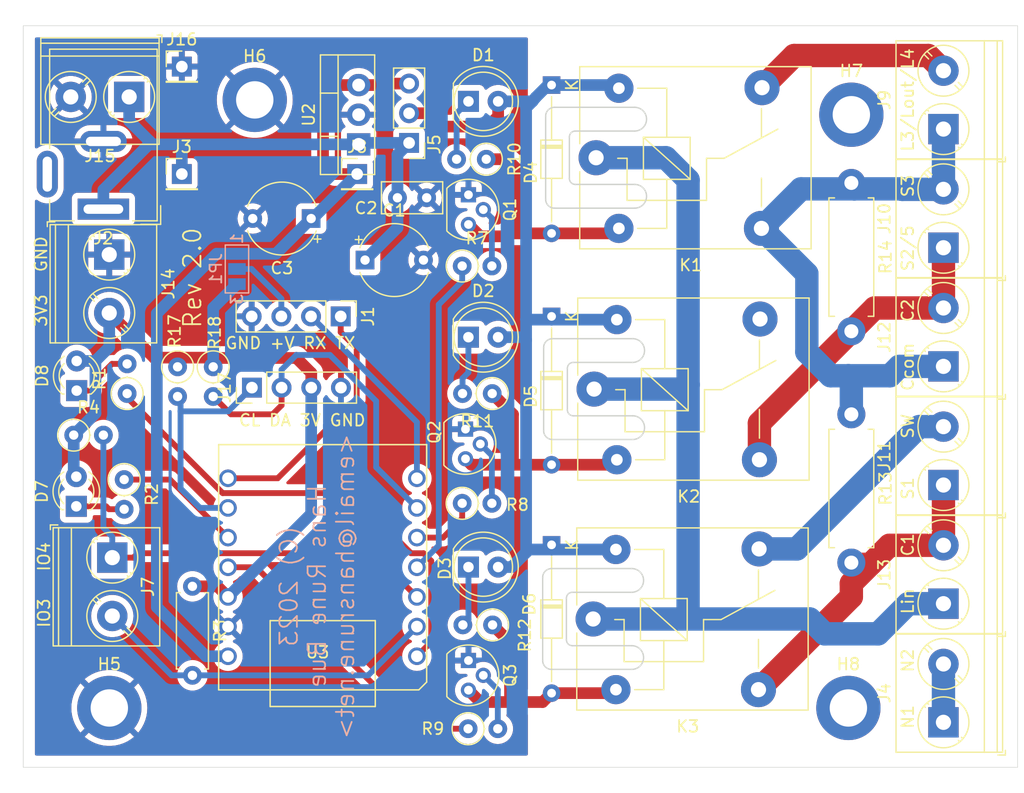
<source format=kicad_pcb>
(kicad_pcb (version 20240108) (generator "pcbnew") (generator_version "8.0")
  (title_block (title "Motor Control for House Ventilator") (date "2023-09-18") (rev "2.0") (company "Hans Rune Bue <email@hansrune.net>"))
  (layers (0 "F.Cu" signal) (31 "B.Cu" signal) (34 "B.Paste" user) (35 "F.Paste" user) (36 "B.SilkS" user "B.Silkscreen") (37 "F.SilkS" user "F.Silkscreen") (38 "B.Mask" user) (39 "F.Mask" user) (44 "Edge.Cuts" user))
  (net 0 "")
  (net 1 "GND")
  (net 2 "+5V")
  (net 3 "+VSW")
  (net 4 "+3V3")
  (net 5 "Net-(D1-K)")
  (net 6 "Net-(D2-K)")
  (net 7 "Net-(D3-K)")
  (net 8 "/PwrIn")
  (net 9 "/N1")
  (net 10 "/Ccom")
  (net 11 "/C2")
  (net 12 "/SW")
  (net 13 "/C1")
  (net 14 "/Lin")
  (net 15 "/RX")
  (net 16 "/TX")
  (net 17 "Net-(J1-Pin_3)")
  (net 18 "/IO4")
  (net 19 "/IO3")
  (net 20 "/Lout")
  (net 22 "Net-(Q1-B)")
  (net 23 "Net-(Q2-B)")
  (net 24 "Net-(Q3-B)")
  (net 25 "/IO2")
  (net 26 "/IO9")
  (net 27 "/R1")
  (net 28 "/R2")
  (net 29 "/R3")
  (net 30 "Net-(D7-K)")
  (net 31 "Net-(D8-K)")
  (net 34 "/D1")
  (net 35 "/D2")
  (net 36 "/D3")
  (net 37 "/I2C_C")
  (net 38 "/I2C_A")
  (footprint "Capacitor_THT:CP_Radial_Tantal_D6.0mm_P5.00mm" (layer "F.Cu") (at 165.14 80.391)
    (property "Reference" "C1")
    (property "Value" "10uF")
  )
  (footprint "Capacitor_THT:CP_Radial_Tantal_D6.0mm_P5.00mm" (layer "F.Cu") (at 160.528 76.835 180)
    (property "Reference" "C3")
    (property "Value" "10uF")
  )
  (footprint "LED_THT:LED_D5.0mm_Clear" (layer "F.Cu") (at 173.99 66.802)
    (property "Reference" "D1")
    (property "Value" "LED")
  )
  (footprint "LED_THT:LED_D5.0mm_Clear" (layer "F.Cu") (at 173.985 86.995)
    (property "Reference" "D2")
    (property "Value" "LED")
  )
  (footprint "LED_THT:LED_D5.0mm_Clear" (layer "F.Cu") (at 173.99 106.68)
    (property "Reference" "D3")
    (property "Value" "LED")
  )
  (footprint "Diode_THT:D_DO-34_SOD68_P12.70mm_Horizontal" (layer "F.Cu") (at 181.102 65.405 -90)
    (property "Reference" "D4")
    (property "Value" "1N4007")
  )
  (footprint "Diode_THT:D_DO-34_SOD68_P12.70mm_Horizontal" (layer "F.Cu") (at 181.102 85.217 -90)
    (property "Reference" "D5")
    (property "Value" "1N4007")
  )
  (footprint "Diode_THT:D_DO-34_SOD68_P12.70mm_Horizontal" (layer "F.Cu") (at 181.102 104.775 -90)
    (property "Reference" "D6")
    (property "Value" "1N4007")
  )
  (footprint "LOCAL1:BarrelJack1" (layer "F.Cu") (at 142.748 76.031 180)
    (property "Reference" "J2")
    (property "Value" "Barrel_Jack")
  )
  (footprint "Connector_PinHeader_2.54mm:PinHeader_1x01_P2.54mm_Vertical" (layer "F.Cu") (at 149.46 73.025)
    (property "Reference" "J3")
    (property "Value" "Conn_01x01_Male")
  )
  (footprint "Connector_PinHeader_2.54mm:PinHeader_1x03_P2.54mm_Vertical" (layer "F.Cu") (at 168.91 70.358 180)
    (property "Reference" "J5")
    (property "Value" "Conn_01x03_Male")
  )
  (footprint "Connector_PinHeader_2.54mm:PinHeader_1x01_P2.54mm_Vertical" (layer "F.Cu") (at 164.465 73.025)
    (property "Reference" "J8")
    (property "Value" "Conn_01x01_Male")
  )
  (footprint "LOCAL1:Relay_SPDT_SANYOU_SRD_CutOut" (layer "F.Cu") (at 184.912 71.628)
    (property "Reference" "K1")
    (property "Value" "SANYOU_SRD_Form_C")
    (fp_line (start -4.318 3.556) (end -4.318 -3.556) (stroke (width 0.12)) (layer "Edge.Cuts"))
    (fp_line (start -3.556 -4.318) (end 3.302 -4.318) (stroke (width 0.12)) (layer "Edge.Cuts"))
    (fp_line (start -2.286 1.778) (end -2.286 -1.778) (stroke (width 0.12)) (layer "Edge.Cuts"))
    (fp_line (start 3.302 -2.286) (end -1.778 -2.286) (stroke (width 0.12)) (layer "Edge.Cuts"))
    (fp_line (start 3.302 2.286) (end -1.778 2.286) (stroke (width 0.12)) (layer "Edge.Cuts"))
    (fp_line (start 3.302 4.318) (end -3.556 4.318) (stroke (width 0.12)) (layer "Edge.Cuts"))
    (fp_arc (start -4.318 -3.556) (mid -4.094815 -4.094815) (end -3.556 -4.318) (stroke (width 0.12)) (layer "Edge.Cuts"))
    (fp_arc (start -3.556 4.318) (mid -4.094815 4.094815) (end -4.318 3.556) (stroke (width 0.12)) (layer "Edge.Cuts"))
    (fp_arc (start -2.286 -1.778) (mid -2.13721 -2.13721) (end -1.778 -2.286) (stroke (width 0.12)) (layer "Edge.Cuts"))
    (fp_arc (start -1.778 2.286) (mid -2.13721 2.13721) (end -2.286 1.778) (stroke (width 0.12)) (layer "Edge.Cuts"))
    (fp_arc (start 3.302 -4.318) (mid 4.318 -3.302) (end 3.302 -2.286) (stroke (width 0.12)) (layer "Edge.Cuts"))
    (fp_arc (start 3.302 2.286) (mid 4.318 3.302) (end 3.302 4.318) (stroke (width 0.12)) (layer "Edge.Cuts"))
  )
  (footprint "LOCAL1:Relay_SPDT_SANYOU_SRD_CutOut" (layer "F.Cu") (at 184.74 91.44)
    (property "Reference" "K2")
    (property "Value" "SANYOU_SRD_Form_C")
    (fp_line (start -4.318 3.556) (end -4.318 -3.556) (stroke (width 0.12)) (layer "Edge.Cuts"))
    (fp_line (start -3.556 -4.318) (end 3.302 -4.318) (stroke (width 0.12)) (layer "Edge.Cuts"))
    (fp_line (start -2.286 1.778) (end -2.286 -1.778) (stroke (width 0.12)) (layer "Edge.Cuts"))
    (fp_line (start 3.302 -2.286) (end -1.778 -2.286) (stroke (width 0.12)) (layer "Edge.Cuts"))
    (fp_line (start 3.302 2.286) (end -1.778 2.286) (stroke (width 0.12)) (layer "Edge.Cuts"))
    (fp_line (start 3.302 4.318) (end -3.556 4.318) (stroke (width 0.12)) (layer "Edge.Cuts"))
    (fp_arc (start -4.318 -3.556) (mid -4.094815 -4.094815) (end -3.556 -4.318) (stroke (width 0.12)) (layer "Edge.Cuts"))
    (fp_arc (start -3.556 4.318) (mid -4.094815 4.094815) (end -4.318 3.556) (stroke (width 0.12)) (layer "Edge.Cuts"))
    (fp_arc (start -2.286 -1.778) (mid -2.13721 -2.13721) (end -1.778 -2.286) (stroke (width 0.12)) (layer "Edge.Cuts"))
    (fp_arc (start -1.778 2.286) (mid -2.13721 2.13721) (end -2.286 1.778) (stroke (width 0.12)) (layer "Edge.Cuts"))
    (fp_arc (start 3.302 -4.318) (mid 4.318 -3.302) (end 3.302 -2.286) (stroke (width 0.12)) (layer "Edge.Cuts"))
    (fp_arc (start 3.302 2.286) (mid 4.318 3.302) (end 3.302 4.318) (stroke (width 0.12)) (layer "Edge.Cuts"))
  )
  (footprint "LOCAL1:Relay_SPDT_SANYOU_SRD_CutOut" (layer "F.Cu") (at 184.658 111.125)
    (property "Reference" "K3")
    (property "Value" "SANYOU_SRD_Form_C")
    (fp_line (start -4.318 3.556) (end -4.318 -3.556) (stroke (width 0.12)) (layer "Edge.Cuts"))
    (fp_line (start -3.556 -4.318) (end 3.302 -4.318) (stroke (width 0.12)) (layer "Edge.Cuts"))
    (fp_line (start -2.286 1.778) (end -2.286 -1.778) (stroke (width 0.12)) (layer "Edge.Cuts"))
    (fp_line (start 3.302 -2.286) (end -1.778 -2.286) (stroke (width 0.12)) (layer "Edge.Cuts"))
    (fp_line (start 3.302 2.286) (end -1.778 2.286) (stroke (width 0.12)) (layer "Edge.Cuts"))
    (fp_line (start 3.302 4.318) (end -3.556 4.318) (stroke (width 0.12)) (layer "Edge.Cuts"))
    (fp_arc (start -4.318 -3.556) (mid -4.094815 -4.094815) (end -3.556 -4.318) (stroke (width 0.12)) (layer "Edge.Cuts"))
    (fp_arc (start -3.556 4.318) (mid -4.094815 4.094815) (end -4.318 3.556) (stroke (width 0.12)) (layer "Edge.Cuts"))
    (fp_arc (start -2.286 -1.778) (mid -2.13721 -2.13721) (end -1.778 -2.286) (stroke (width 0.12)) (layer "Edge.Cuts"))
    (fp_arc (start -1.778 2.286) (mid -2.13721 2.13721) (end -2.286 1.778) (stroke (width 0.12)) (layer "Edge.Cuts"))
    (fp_arc (start 3.302 -4.318) (mid 4.318 -3.302) (end 3.302 -2.286) (stroke (width 0.12)) (layer "Edge.Cuts"))
    (fp_arc (start 3.302 2.286) (mid 4.318 3.302) (end 3.302 4.318) (stroke (width 0.12)) (layer "Edge.Cuts"))
  )
  (footprint "Package_TO_SOT_THT:TO-92" (layer "F.Cu") (at 173.99 74.803 -90)
    (property "Reference" "Q1")
    (property "Value" "2N2222A")
  )
  (footprint "Package_TO_SOT_THT:TO-92" (layer "F.Cu") (at 173.736 94.869 -90)
    (property "Reference" "Q2")
    (property "Value" "2N2222A")
  )
  (footprint "Package_TO_SOT_THT:TO-92" (layer "F.Cu") (at 173.99 114.681 -90)
    (property "Reference" "Q3")
    (property "Value" "2N2222A")
  )
  (footprint "Resistor_THT:R_Axial_DIN0207_L6.3mm_D2.5mm_P2.54mm_Vertical" (layer "F.Cu") (at 173.453 80.899)
    (property "Reference" "R7")
    (property "Value" "1k")
  )
  (footprint "Resistor_THT:R_Axial_DIN0207_L6.3mm_D2.5mm_P2.54mm_Vertical" (layer "F.Cu") (at 173.961 120.523)
    (property "Reference" "R9")
    (property "Value" "1k")
  )
  (footprint "Resistor_THT:R_Axial_DIN0207_L6.3mm_D2.5mm_P2.54mm_Vertical" (layer "F.Cu") (at 176.051 111.633 180)
    (property "Reference" "R12")
    (property "Value" "330")
  )
  (footprint "Resistor_THT:R_Axial_DIN0411_L9.9mm_D3.6mm_P12.70mm_Horizontal" (layer "F.Cu") (at 206.756 93.599 -90)
    (property "Reference" "R13")
    (property "Value" "220k")
  )
  (footprint "Resistor_THT:R_Axial_DIN0411_L9.9mm_D3.6mm_P12.70mm_Horizontal" (layer "F.Cu") (at 206.756 73.787 -90)
    (property "Reference" "R14")
    (property "Value" "220k")
  )
  (footprint "Package_TO_SOT_THT:TO-220-3_Vertical" (layer "F.Cu") (at 164.592 70.485 90)
    (property "Reference" "U2")
    (property "Value" "L7805")
  )
  (footprint "Resistor_THT:R_Axial_DIN0207_L6.3mm_D2.5mm_P2.54mm_Vertical" (layer "F.Cu") (at 175.514 71.755 180)
    (property "Reference" "R10")
    (property "Value" "330")
  )
  (footprint "Resistor_THT:R_Axial_DIN0207_L6.3mm_D2.5mm_P2.54mm_Vertical" (layer "F.Cu") (at 176.022 91.821 180)
    (property "Reference" "R11")
    (property "Value" "330")
  )
  (footprint "Capacitor_THT:C_Disc_D5.0mm_W2.5mm_P2.50mm" (layer "F.Cu") (at 167.914 75.057)
    (property "Reference" "C2")
    (property "Value" "100nF")
  )
  (footprint "Resistor_THT:R_Axial_DIN0207_L6.3mm_D2.5mm_P2.54mm_Vertical" (layer "F.Cu") (at 173.453 101.219)
    (property "Reference" "R8")
    (property "Value" "1k")
  )
  (footprint "Connector_PinHeader_2.54mm:PinHeader_1x01_P2.54mm_Vertical" (layer "F.Cu") (at 149.46 63.825)
    (property "Reference" "J16")
    (property "Value" "Conn_01x01_Male")
  )
  (footprint "Resistor_THT:R_Axial_DIN0207_L6.3mm_D2.5mm_P2.54mm_Vertical" (layer "F.Cu") (at 144.78 91.821 90)
    (property "Reference" "R1")
    (property "Value" "270")
  )
  (footprint "TerminalBlock_Phoenix:TerminalBlock_Phoenix_PT-1,5-2-5.0-H_1x02_P5.00mm_Horizontal" (layer "F.Cu") (at 143.248 79.923 -90)
    (property "Reference" "J14")
    (property "Value" "Screw_Terminal_01x02")
  )
  (footprint "MountingHole:MountingHole_3.2mm_M3_ISO14580_Pad" (layer "F.Cu") (at 155.702 66.675)
    (property "Reference" "H6")
    (property "Value" "MountingHole_Pad")
  )
  (footprint "TerminalBlock_Phoenix:TerminalBlock_Phoenix_PT-1,5-2-5.0-H_1x02_P5.00mm_Horizontal" (layer "F.Cu") (at 214.638 109.815 90)
    (property "Reference" "J13")
    (property "Value" "Screw_Terminal_01x02")
  )
  (footprint "Connector_PinHeader_2.54mm:PinHeader_1x04_P2.54mm_Vertical" (layer "F.Cu") (at 163.058 85.217 -90)
    (property "Reference" "J1")
    (property "Value" "Conn_01x04_Male")
  )
  (footprint "TerminalBlock_Phoenix:TerminalBlock_Phoenix_PT-1,5-2-5.0-H_1x02_P5.00mm_Horizontal" (layer "F.Cu") (at 214.638 119.975 90)
    (property "Reference" "J4")
    (property "Value" "Screw_Terminal_01x02")
  )
  (footprint "LED_THT:LED_D3.0mm_Clear" (layer "F.Cu") (at 140.43 101.478 90)
    (property "Reference" "D7")
    (property "Value" "LED")
  )
  (footprint "TerminalBlock_Phoenix:TerminalBlock_Phoenix_PT-1,5-2-5.0-H_1x02_P5.00mm_Horizontal" (layer "F.Cu") (at 214.638 69.175 90)
    (property "Reference" "J9")
    (property "Value" "Screw_Terminal_01x02")
  )
  (footprint "LOCAL1:XIAO_ESP32C3_THT" (layer "F.Cu") (at 170.4123 96.1957 180)
    (property "Reference" "U3")
    (property "Value" "SeedStudio XIAO ESP32 C3 THT")
  )
  (footprint "Resistor_THT:R_Axial_DIN0207_L6.3mm_D2.5mm_P2.54mm_Vertical" (layer "F.Cu") (at 140.208 95.377)
    (property "Reference" "R4")
    (property "Value" "10k")
  )
  (footprint "Resistor_THT:R_Axial_DIN0207_L6.3mm_D2.5mm_P7.62mm_Horizontal" (layer "F.Cu") (at 150.368 108.331 -90)
    (property "Reference" "R3")
    (property "Value" "10k")
  )
  (footprint "Resistor_THT:R_Axial_DIN0207_L6.3mm_D2.5mm_P2.54mm_Vertical" (layer "F.Cu") (at 144.526 99.187 -90)
    (property "Reference" "R2")
    (property "Value" "270")
  )
  (footprint "TerminalBlock_Phoenix:TerminalBlock_Phoenix_PT-1,5-2-5.0-H_1x02_P5.00mm_Horizontal" (layer "F.Cu") (at 214.638 99.655 90)
    (property "Reference" "J11")
    (property "Value" "Screw_Terminal_01x02")
  )
  (footprint "MountingHole:MountingHole_3.2mm_M3_ISO14580_Pad" (layer "F.Cu") (at 206.502 118.745)
    (property "Reference" "H8")
    (property "Value" "MountingHole_Pad")
  )
  (footprint "Resistor_THT:R_Axial_DIN0207_L6.3mm_D2.5mm_P2.54mm_Vertical" (layer "F.Cu") (at 149.098 89.535 -90)
    (property "Reference" "R17")
    (property "Value" "10k")
  )
  (footprint "LED_THT:LED_D3.0mm_Clear" (layer "F.Cu") (at 140.462 91.572 90)
    (property "Reference" "D8")
    (property "Value" "LED")
  )
  (footprint "MountingHole:MountingHole_3.2mm_M3_ISO14580_Pad" (layer "F.Cu") (at 143.256 118.745)
    (property "Reference" "H5")
    (property "Value" "MountingHole_Pad")
  )
  (footprint "Resistor_THT:R_Axial_DIN0207_L6.3mm_D2.5mm_P2.54mm_Vertical" (layer "F.Cu") (at 152.146 89.535 -90)
    (property "Reference" "R18")
    (property "Value" "10k")
  )
  (footprint "TerminalBlock_Phoenix:TerminalBlock_Phoenix_PT-1,5-2-5.0-H_1x02_P5.00mm_Horizontal" (layer "F.Cu") (at 214.638 89.495 90)
    (property "Reference" "J12")
    (property "Value" "Screw_Terminal_01x02")
  )
  (footprint "TerminalBlock_Phoenix:TerminalBlock_Phoenix_PT-1,5-2-5.0-H_1x02_P5.00mm_Horizontal" (layer "F.Cu") (at 144.954 66.421 180)
    (property "Reference" "J15")
    (property "Value" "Screw_Terminal_01x02")
  )
  (footprint "MountingHole:MountingHole_3.2mm_M3_ISO14580_Pad" (layer "F.Cu") (at 206.756 67.945)
    (property "Reference" "H7")
    (property "Value" "MountingHole_Pad")
  )
  (footprint "Connector_PinHeader_2.54mm:PinHeader_1x04_P2.54mm_Vertical" (layer "F.Cu") (at 155.458 91.313 90)
    (property "Reference" "J17")
    (property "Value" "Conn_01x04_Male")
  )
  (footprint "TerminalBlock_Phoenix:TerminalBlock_Phoenix_PT-1,5-2-5.0-H_1x02_P5.00mm_Horizontal" (layer "F.Cu") (at 143.51 105.871 -90)
    (property "Reference" "J7")
    (property "Value" "Screw_Terminal_01x02")
  )
  (footprint "TerminalBlock_Phoenix:TerminalBlock_Phoenix_PT-1,5-2-5.0-H_1x02_P5.00mm_Horizontal" (layer "F.Cu") (at 214.638 79.335 90)
    (property "Reference" "J10")
    (property "Value" "Screw_Terminal_01x02")
  )
  (footprint "Jumper:SolderJumper-3_P1.3mm_Open_Pad1.0x1.5mm_NumberLabels" (layer "B.Cu") (at 154.178 81.153 -90)
    (property "Reference" "JP1")
    (property "Value" "SolderJumper_3_Open")
  )
  (gr_line (start 220.98 123.825) (end 135.89 123.825) (stroke (width 0.05)) (layer "Edge.Cuts"))
  (gr_line (start 220.98 60.325) (end 220.98 123.825) (stroke (width 0.05)) (layer "Edge.Cuts"))
  (gr_line (start 135.89 123.825) (end 135.89 60.325) (stroke (width 0.05)) (layer "Edge.Cuts"))
  (gr_line (start 135.89 60.325) (end 220.98 60.325) (stroke (width 0.05)) (layer "Edge.Cuts"))
  (gr_text "(C) 2023\nHans Rune Bue\n<email@hansrune.net>" (at 161.036 108.331 90) (layer "B.SilkS") (effects (font (size 1.5 1.5)) (justify mirror)))
  (gr_text "3V3" (at 137.414 84.709 90) (layer "F.SilkS") (effects (font (size 1 1))))
  (gr_text "GND" (at 137.414 79.883 90) (layer "F.SilkS") (effects (font (size 1 1))))
  (gr_text "GND +V RX TX" (at 158.75 87.503 0) (layer "F.SilkS") (effects (font (size 1 1))))
  (gr_text "CL DA 3V GND" (at 159.766 94.107 0) (layer "F.SilkS") (effects (font (size 1 1))))
  (gr_text "Lin" (at 211.582 109.601 90) (layer "F.SilkS") (effects (font (size 1 1))))
  (gr_text "IO3" (at 137.668 110.617 90) (layer "F.SilkS") (effects (font (size 1 1))))
  (gr_text "S2/5" (at 211.582 79.375 90) (layer "F.SilkS") (effects (font (size 1 1))))
  (gr_text "S1" (at 211.582 99.949 90) (layer "F.SilkS") (effects (font (size 1 1))))
  (gr_text "S3" (at 211.582 74.041 90) (layer "F.SilkS") (effects (font (size 1 1))))
  (gr_text "IO4" (at 137.668 105.791 90) (layer "F.SilkS") (effects (font (size 1 1))))
  (gr_text "C2" (at 211.582 84.709 90) (layer "F.SilkS") (effects (font (size 1 1))))
  (gr_text "Rev 2.0\n" (at 150.368 81.915 90) (layer "F.SilkS") (effects (font (size 1.5 1.5))))
  (gr_text "SW" (at 211.582 94.615 90) (layer "F.SilkS") (effects (font (size 1 1))))
  (gr_text "Ccom" (at 211.582 89.535 90) (layer "F.SilkS") (effects (font (size 1 1))))
  (gr_text "C1" (at 211.582 104.775 90) (layer "F.SilkS") (effects (font (size 1 1))))
  (gr_text "N2" (at 211.582 114.681 90) (layer "F.SilkS") (effects (font (size 1 1))))
  (gr_text "L3/Lout/L4" (at 211.582 66.675 90) (layer "F.SilkS") (effects (font (size 1 1))))
  (gr_text "N1" (at 211.582 119.507 90) (layer "F.SilkS") (effects (font (size 1 1))))
  (segment (start 167.183 65.405) (end 167.31 65.278) (width 1) (layer "F.Cu") (net 2))
  (segment (start 162.56 65.405) (end 161.544 66.421) (width 1) (layer "F.Cu") (net 2))
  (segment (start 164.592 65.405) (end 162.56 65.405) (width 1) (layer "F.Cu") (net 2))
  (segment (start 161.544 66.421) (end 161.544 72.009) (width 1) (layer "F.Cu") (net 2))
  (segment (start 164.592 65.405) (end 167.183 65.405) (width 1) (layer "F.Cu") (net 2))
  (segment (start 161.544 72.009) (end 162.56 73.025) (width 1) (layer "F.Cu") (net 2))
  (segment (start 167.31 65.278) (end 168.91 65.278) (width 1) (layer "F.Cu") (net 2))
  (segment (start 162.56 73.025) (end 164.465 73.025) (width 1) (layer "F.Cu") (net 2))
  (segment (start 147.32 84.961) (end 147.32 110.109) (width 1) (layer "B.Cu") (net 2))
  (segment (start 160.528 76.835) (end 160.655 76.835) (width 1) (layer "B.Cu") (net 2))
  (segment (start 160.655 76.835) (end 164.465 73.025) (width 1) (layer "B.Cu") (net 2))
  (segment (start 157.51 79.853) (end 160.528 76.835) (width 1) (layer "B.Cu") (net 2))
  (segment (start 151.527 114.316) (end 153.412 114.316) (width 1) (layer "B.Cu") (net 2))
  (segment (start 153.412 114.316) (end 153.4123 114.3157) (width 1) (layer "B.Cu") (net 2))
  (segment (start 154.178 79.853) (end 157.51 79.853) (width 1) (layer "B.Cu") (net 2))
  (segment (start 152.428 79.853) (end 147.32 84.961) (width 1) (layer "B.Cu") (net 2))
  (segment (start 154.178 79.853) (end 152.428 79.853) (width 1) (layer "B.Cu") (net 2))
  (segment (start 147.32 110.109) (end 151.527 114.316) (width 1) (layer "B.Cu") (net 2))
  (segment (start 176.53 68.0748) (end 176.53 66.802) (width 1) (layer "F.Cu") (net 3))
  (segment (start 171.704 68.961) (end 175.644 68.961) (width 1) (layer "F.Cu") (net 3))
  (segment (start 175.644 68.961) (end 176.53 68.0748) (width 1) (layer "F.Cu") (net 3))
  (segment (start 168.91 67.818) (end 170.561 67.818) (width 1) (layer "F.Cu") (net 3))
  (segment (start 170.561 67.818) (end 171.704 68.961) (width 1) (layer "F.Cu") (net 3))
  (segment (start 186.29 85.09) (end 186.69 85.49) (width 1) (layer "B.Cu") (net 3))
  (segment (start 181.102 104.775) (end 181.102 105.175) (width 1) (layer "B.Cu") (net 3))
  (segment (start 178.922 105.431) (end 177.673 106.68) (width 1) (layer "B.Cu") (net 3))
  (segment (start 186.589 65.405) (end 186.862 65.678) (width 1) (layer "B.Cu") (net 3))
  (segment (start 186.69 85.49) (end 181.102 85.49) (width 1) (layer "B.Cu") (net 3))
  (segment (start 179.178 105.175) (end 178.922 105.431) (width 1) (layer "B.Cu") (net 3))
  (segment (start 186.608 105.175) (end 181.102 105.175) (width 1) (layer "B.Cu") (net 3))
  (segment (start 178.941 85.49) (end 178.922 85.471) (width 1) (layer "B.Cu") (net 3))
  (segment (start 176.525 86.995) (end 178.668 86.995) (width 1) (layer "B.Cu") (net 3))
  (segment (start 179.472 66.802) (end 179.745 66.4606) (width 1) (layer "B.Cu") (net 3))
  (segment (start 176.53 66.802) (end 179.472 66.802) (width 1) (layer "B.Cu") (net 3))
  (segment (start 179.472 66.802) (end 178.922 67.3523) (width 1) (layer "B.Cu") (net 3))
  (segment (start 180.8 65.405) (end 181.102 65.405) (width 1) (layer "B.Cu") (net 3))
  (segment (start 178.668 86.995) (end 178.922 87.249) (width 1) (layer "B.Cu") (net 3))
  (segment (start 179.745 66.4606) (end 180.8 65.405) (width 1) (layer "B.Cu") (net 3))
  (segment (start 177.673 106.68) (end 176.53 106.68) (width 1) (layer "B.Cu") (net 3))
  (segment (start 181.102 105.175) (end 179.178 105.175) (width 1) (layer "B.Cu") (net 3))
  (segment (start 186.208 104.775) (end 186.608 105.175) (width 1) (layer "B.Cu") (net 3))
  (segment (start 181.102 85.49) (end 178.941 85.49) (width 1) (layer "B.Cu") (net 3))
  (segment (start 178.922 67.3523) (end 178.922 85.471) (width 1) (layer "B.Cu") (net 3))
  (segment (start 181.102 85.217) (end 181.102 85.49) (width 1) (layer "B.Cu") (net 3))
  (segment (start 181.102 65.405) (end 186.589 65.405) (width 1) (layer "B.Cu") (net 3))
  (segment (start 178.922 87.249) (end 178.922 105.431) (width 1) (layer "B.Cu") (net 3))
  (segment (start 178.922 85.471) (end 178.922 87.249) (width 1) (layer "B.Cu") (net 3))
  (segment (start 149.098 89.535) (end 149.098 88.744) (width 1) (layer "F.Cu") (net 4))
  (segment (start 147.098 88.773) (end 143.248 84.923) (width 1) (layer "F.Cu") (net 4))
  (segment (start 149.098 88.744) (end 147.127 88.744) (width 1) (layer "F.Cu") (net 4))
  (segment (start 152.508 108.331) (end 153.412 109.236) (width 1) (layer "F.Cu") (net 4))
  (segment (start 159.258 88.773) (end 152.146 88.773) (width 1) (layer "F.Cu") (net 4))
  (segment (start 152.146 89.535) (end 152.146 88.773) (width 1) (layer "F.Cu") (net 4))
  (segment (start 152.117 88.744) (end 152.146 88.773) (width 1) (layer "F.Cu") (net 4))
  (segment (start 147.127 88.744) (end 147.098 88.773) (width 1) (layer "F.Cu") (net 4))
  (segment (start 160.538 91.313) (end 160.538 90.053) (width 1) (layer "F.Cu") (net 4))
  (segment (start 153.4123 109.2357) (end 153.412 109.236) (width 1) (layer "F.Cu") (net 4))
  (segment (start 149.098 88.744) (end 152.117 88.744) (width 1) (layer "F.Cu") (net 4))
  (segment (start 160.538 90.053) (end 159.258 88.773) (width 1) (layer "F.Cu") (net 4))
  (segment (start 150.368 108.331) (end 152.508 108.331) (width 1) (layer "F.Cu") (net 4))
  (segment (start 140.208 98.716) (end 140.208 95.377) (width 1) (layer "B.Cu") (net 4))
  (segment (start 140.462 89.032) (end 142.067 89.032) (width 1) (layer "B.Cu") (net 4))
  (segment (start 140.43 98.938) (end 140.208 98.716) (width 1) (layer "B.Cu") (net 4))
  (segment (start 160.528 94.361) (end 160.538 94.351) (width 1) (layer "B.Cu") (net 4))
  (segment (start 160.528 102.12) (end 160.528 94.361) (width 1) (layer "B.Cu") (net 4))
  (segment (start 153.4123 109.2357) (end 160.528 102.12) (width 1) (layer "B.Cu") (net 4))
  (segment (start 142.067 89.032) (end 142.067 93.5184) (width 1) (layer "B.Cu") (net 4))
  (segment (start 152.146 88.773) (end 152.146 84.485) (width 1) (layer "B.Cu") (net 4))
  (segment (start 143.248 87.8506) (end 143.248 84.923) (width 1) (layer "B.Cu") (net 4))
  (segment (start 152.146 84.485) (end 154.178 82.453) (width 1) (layer "B.Cu") (net 4))
  (segment (start 153.412 109.236) (end 153.4123 109.2357) (width 1) (layer "B.Cu") (net 4))
  (segment (start 160.538 94.351) (end 160.538 91.313) (width 1) (layer "B.Cu") (net 4))
  (segment (start 142.067 93.5184) (end 140.208 95.377) (width 1) (layer "B.Cu") (net 4))
  (segment (start 142.067 89.032) (end 143.248 87.8506) (width 1) (layer "B.Cu") (net 4))
  (segment (start 172.974 67.818) (end 173.99 66.802) (width 0.5) (layer "B.Cu") (net 5))
  (segment (start 172.974 71.755) (end 172.974 67.818) (width 0.5) (layer "B.Cu") (net 5))
  (segment (start 173.482 90.521) (end 173.985 90.018) (width 0.5) (layer "B.Cu") (net 6))
  (segment (start 173.985 90.018) (end 173.985 86.995) (width 0.5) (layer "B.Cu") (net 6))
  (segment (start 173.482 91.821) (end 173.482 90.521) (width 0.5) (layer "B.Cu") (net 6))
  (segment (start 173.99 111.154) (end 173.511 111.633) (width 0.5) (layer "B.Cu") (net 7))
  (segment (start 173.99 106.68) (end 173.99 111.154) (width 0.5) (layer "B.Cu") (net 7))
  (segment (start 164.719 70.358) (end 164.592 70.485) (width 1) (layer "B.Cu") (net 8))
  (segment (start 149.46 73.025) (end 149.46 70.631) (width 1) (layer "B.Cu") (net 8))
  (segment (start 149.46 70.631) (end 149.606 70.485) (width 1) (layer "B.Cu") (net 8))
  (segment (start 149.606 70.485) (end 146.968 70.485) (width 1) (layer "B.Cu") (net 8))
  (segment (start 144.954 68.471) (end 146.694 70.2113) (width 1) (layer "B.Cu") (net 8))
  (segment (start 167.914 75.057) (end 167.914 77.617) (width 1) (layer "B.Cu") (net 8))
  (segment (start 167.914 77.617) (end 165.14 80.391) (width 1) (layer "B.Cu") (net 8))
  (segment (start 146.968 70.485) (end 146.694 70.2113) (width 1) (layer "B.Cu") (net 8))
  (segment (start 167.914 71.354) (end 168.91 70.358) (width 1) (layer "B.Cu") (net 8))
  (segment (start 146.694 70.4347) (end 146.694 70.2113) (width 1) (layer "B.Cu") (net 8))
  (segment (start 164.592 70.485) (end 149.606 70.485) (width 1) (layer "B.Cu") (net 8))
  (segment (start 144.954 66.421) (end 144.954 68.471) (width 1) (layer "B.Cu") (net 8))
  (segment (start 142.748 74.381) (end 146.694 70.4347) (width 1) (layer "B.Cu") (net 8))
  (segment (start 167.914 75.057) (end 167.914 71.354) (width 1) (layer "B.Cu") (net 8))
  (segment (start 142.748 76.031) (end 142.748 74.381) (width 1) (layer "B.Cu") (net 8))
  (segment (start 168.91 70.358) (end 164.719 70.358) (width 1) (layer "B.Cu") (net 8))
  (segment (start 214.638 119.975) (end 214.638 114.975) (width 2) (layer "B.Cu") (net 9))
  (segment (start 211.074 74.295) (end 211.114 74.335) (width 2) (layer "B.Cu") (net 10))
  (segment (start 206.756 74.041) (end 207.01 74.295) (width 2) (layer "B.Cu") (net 10))
  (segment (start 199.062 77.678) (end 202.445 74.295) (width 2) (layer "B.Cu") (net 10))
  (segment (start 202.445 74.295) (end 207.01 74.295) (width 2) (layer "B.Cu") (net 10))
  (segment (start 206.756 73.787) (end 206.756 74.041) (width 2) (layer "B.Cu") (net 10))
  (segment (start 206.502 90.297) (end 210.058 90.297) (width 2) (layer "B.Cu") (net 10))
  (segment (start 211.114 74.335) (end 214.638 74.335) (width 2) (layer "B.Cu") (net 10))
  (segment (start 204.978 90.297) (end 206.502 90.297) (width 2) (layer "B.Cu") (net 10))
  (segment (start 202.946 81.562) (end 202.946 88.265) (width 2) (layer "B.Cu") (net 10))
  (segment (start 210.86 89.495) (end 214.638 89.495) (width 2) (layer "B.Cu") (net 10))
  (segment (start 199.062 77.678) (end 202.946 81.562) (width 2) (layer "B.Cu") (net 10))
  (segment (start 206.756 90.551) (end 206.502 90.297) (width 2) (layer "B.Cu") (net 10))
  (segment (start 202.946 88.265) (end 204.978 90.297) (width 2) (layer "B.Cu") (net 10))
  (segment (start 214.638 69.175) (end 214.638 74.335) (width 2) (layer "B.Cu") (net 10))
  (segment (start 210.058 90.297) (end 210.86 89.495) (width 2) (layer "B.Cu") (net 10))
  (segment (start 207.01 74.295) (end 211.074 74.295) (width 2) (layer "B.Cu") (net 10))
  (segment (start 206.756 93.599) (end 206.756 90.551) (width 2) (layer "B.Cu") (net 10))
  (segment (start 208.748 84.495) (end 206.756 86.487) (width 2) (layer "F.Cu") (net 11))
  (segment (start 198.89 94.353) (end 206.756 86.487) (width 2) (layer "F.Cu") (net 11))
  (segment (start 198.89 97.49) (end 198.89 94.353) (width 2) (layer "F.Cu") (net 11))
  (segment (start 214.638 79.335) (end 214.638 84.495) (width 2) (layer "F.Cu") (net 11))
  (segment (start 214.638 84.495) (end 208.748 84.495) (width 2) (layer "F.Cu") (net 11))
  (segment (start 212.558 94.655) (end 202.088 105.125) (width 2) (layer "B.Cu") (net 12))
  (segment (start 214.638 94.655) (end 212.558 94.655) (width 2) (layer "B.Cu") (net 12))
  (segment (start 202.088 105.125) (end 198.858 105.125) (width 2) (layer "B.Cu") (net 12))
  (segment (start 206.903 106.446) (end 206.756 106.299) (width 2) (layer "F.Cu") (net 13))
  (segment (start 210.018 104.815) (end 214.638 104.815) (width 2) (layer "F.Cu") (net 13))
  (segment (start 208.387 106.446) (end 206.903 106.446) (width 2) (layer "F.Cu") (net 13))
  (segment (start 214.638 104.815) (end 214.638 99.655) (width 2) (layer "F.Cu") (net 13))
  (segment (start 206.756 108.077) (end 208.387 106.446) (width 2) (layer "F.Cu") (net 13))
  (segment (start 206.756 109.227) (end 206.756 108.077) (width 2) (layer "F.Cu") (net 13))
  (segment (start 198.808 117.175) (end 206.756 109.227) (width 2) (layer "F.Cu") (net 13))
  (segment (start 208.387 106.446) (end 210.018 104.815) (width 2) (layer "F.Cu") (net 13))
  (segment (start 184.912 71.628) (end 190.881 71.628) (width 2) (layer "B.Cu") (net 14))
  (segment (start 192.405 91.44) (end 192.786 91.059) (width 2) (layer "B.Cu") (net 14))
  (segment (start 192.786 91.059) (end 192.786 111.125) (width 2) (layer "B.Cu") (net 14))
  (segment (start 211.622 109.815) (end 214.638 109.815) (width 2) (layer "B.Cu") (net 14))
  (segment (start 209.042 112.395) (end 211.622 109.815) (width 2) (layer "B.Cu") (net 14))
  (segment (start 204.47 112.395) (end 209.042 112.395) (width 2) (layer "B.Cu") (net 14))
  (segment (start 203.2 111.125) (end 204.47 112.395) (width 2) (layer "B.Cu") (net 14))
  (segment (start 184.74 91.44) (end 192.405 91.44) (width 2) (layer "B.Cu") (net 14))
  (segment (start 184.658 111.125) (end 192.786 111.125) (width 2) (layer "B.Cu") (net 14))
  (segment (start 190.881 71.628) (end 192.786 73.533) (width 2) (layer "B.Cu") (net 14))
  (segment (start 192.786 73.533) (end 192.786 91.059) (width 2) (layer "B.Cu") (net 14))
  (segment (start 192.786 111.125) (end 203.2 111.125) (width 2) (layer "B.Cu") (net 14))
  (segment (start 163.058 85.217) (end 163.058 86.567) (width 0.5) (layer "F.Cu") (net 15))
  (segment (start 163.058 86.567) (end 164.426 87.9349) (width 0.5) (layer "F.Cu") (net 15))
  (segment (start 157.663 99.0757) (end 153.4123 99.0757) (width 0.5) (layer "F.Cu") (net 15))
  (segment (start 153.4123 99.0757) (end 153.412 99.0757) (width 0.5) (layer "F.Cu") (net 15))
  (segment (start 164.426 87.9349) (end 164.426 92.3125) (width 0.5) (layer "F.Cu") (net 15))
  (segment (start 164.426 92.3125) (end 157.663 99.0757) (width 0.5) (layer "F.Cu") (net 15))
  (segment (start 160.518 85.217) (end 169.5773 94.2763) (width 0.5) (layer "B.Cu") (net 16))
  (segment (start 169.5773 94.2763) (end 169.5773 99.0757) (width 0.5) (layer "B.Cu") (net 16))
  (segment (start 157.978 83.703) (end 157.978 85.217) (width 0.5) (layer "B.Cu") (net 17))
  (segment (start 154.178 81.153) (end 155.428 81.153) (width 0.5) (layer "B.Cu") (net 17))
  (segment (start 155.428 81.153) (end 157.978 83.703) (width 0.5) (layer "B.Cu") (net 17))
  (segment (start 165.835 105.494) (end 145.687 105.494) (width 0.5) (layer "F.Cu") (net 18))
  (segment (start 169.577 109.236) (end 165.835 105.494) (width 0.5) (layer "F.Cu") (net 18))
  (segment (start 169.5773 109.2357) (end 169.577 109.236) (width 0.5) (layer "F.Cu") (net 18))
  (segment (start 145.31 105.871) (end 143.51 105.871) (width 0.5) (layer "F.Cu") (net 18))
  (segment (start 145.687 105.494) (end 145.31 105.871) (width 0.5) (layer "F.Cu") (net 18))
  (segment (start 143.51 104.071) (end 142.748 103.309) (width 0.5) (layer "B.Cu") (net 18))
  (segment (start 143.51 105.871) (end 143.51 104.071) (width 0.5) (layer "B.Cu") (net 18))
  (segment (start 142.748 103.309) (end 142.748 95.377) (width 0.5) (layer "B.Cu") (net 18))
  (segment (start 169.577 111.776) (end 169.5773 111.7757) (width 0.5) (layer "B.Cu") (net 19))
  (segment (start 150.368 115.951) (end 148.59 115.951) (width 0.5) (layer "B.Cu") (net 19))
  (segment (start 148.59 115.951) (end 143.51 110.871) (width 0.5) (layer "B.Cu") (net 19))
  (segment (start 169.577 111.776) (end 165.402 115.951) (width 0.5) (layer "B.Cu") (net 19))
  (segment (start 165.402 115.951) (end 150.368 115.951) (width 0.5) (layer "B.Cu") (net 19))
  (segment (start 201.865 62.875) (end 199.112 65.628) (width 2) (layer "F.Cu") (net 20))
  (segment (start 213.338 62.875) (end 201.865 62.875) (width 2) (layer "F.Cu") (net 20))
  (segment (start 214.638 64.175) (end 213.338 62.875) (width 2) (layer "F.Cu") (net 20))
  (segment (start 175.993 76.806) (end 175.26 76.073) (width 0.5) (layer "B.Cu") (net 22))
  (segment (start 175.993 80.899) (end 175.993 76.806) (width 0.5) (layer "B.Cu") (net 22))
  (segment (start 175.993 97.126) (end 175.006 96.139) (width 0.5) (layer "B.Cu") (net 23))
  (segment (start 175.993 101.219) (end 175.993 97.126) (width 0.5) (layer "B.Cu") (net 23))
  (segment (start 176.501 120.523) (end 176.501 117.192) (width 0.5) (layer "B.Cu") (net 24))
  (segment (start 176.501 117.192) (end 175.26 115.951) (width 0.5) (layer "B.Cu") (net 24))
  (segment (start 170.148 105.496) (end 169.079 105.496) (width 0.5) (layer "F.Cu") (net 25))
  (segment (start 170.802 106.15) (end 170.148 105.496) (width 0.5) (layer "F.Cu") (net 25))
  (segment (start 169.5773 114.3157) (end 170.802 113.091) (width 0.5) (layer "F.Cu") (net 25))
  (segment (start 144.78 92.1689) (end 144.78 91.821) (width 0.5) (layer "F.Cu") (net 25))
  (segment (start 169.577 114.316) (end 169.5773 114.3157) (width 0.5) (layer "F.Cu") (net 25))
  (segment (start 152.957 100.346) (end 144.78 92.1689) (width 0.5) (layer "F.Cu") (net 25))
  (segment (start 163.929 100.346) (end 152.957 100.346) (width 0.5) (layer "F.Cu") (net 25))
  (segment (start 169.079 105.496) (end 163.929 100.346) (width 0.5) (layer "F.Cu") (net 25))
  (segment (start 170.802 113.091) (end 170.802 106.15) (width 0.5) (layer "F.Cu") (net 25))
  (segment (start 153.412 104.156) (end 148.444 99.187) (width 0.5) (layer "F.Cu") (net 26))
  (segment (start 148.444 99.187) (end 144.526 99.187) (width 0.5) (layer "F.Cu") (net 26))
  (segment (start 153.4123 104.1557) (end 153.412 104.156) (width 0.5) (layer "F.Cu") (net 26))
  (segment (start 169.5773 106.6957) (end 171.45 104.823) (width 0.5) (layer "B.Cu") (net 27))
  (segment (start 171.45 84.201) (end 173.453 82.198) (width 0.5) (layer "B.Cu") (net 27))
  (segment (start 173.453 82.198) (end 173.453 80.899) (width 0.5) (layer "B.Cu") (net 27))
  (segment (start 169.577 106.696) (end 169.5773 106.6957) (width 0.5) (layer "B.Cu") (net 27))
  (segment (start 171.45 104.823) (end 171.45 84.201) (width 0.5) (layer "B.Cu") (net 27))
  (segment (start 173.453 101.219) (end 173.453 102.518) (width 0.5) (layer "F.Cu") (net 28))
  (segment (start 169.578 104.156) (end 169.5776 104.156) (width 0.5) (layer "F.Cu") (net 28))
  (segment (start 171.815 104.156) (end 169.578 104.156) (width 0.5) (layer "F.Cu") (net 28))
  (segment (start 169.5776 104.156) (end 169.5773 104.1557) (width 0.5) (layer "F.Cu") (net 28))
  (segment (start 173.453 102.518) (end 171.815 104.156) (width 0.5) (layer "F.Cu") (net 28))
  (segment (start 155.8157 106.6957) (end 153.4123 106.6957) (width 0.5) (layer "F.Cu") (net 29))
  (segment (start 169.643 120.523) (end 155.8157 106.6957) (width 0.5) (layer "F.Cu") (net 29))
  (segment (start 173.961 120.523) (end 169.643 120.523) (width 0.5) (layer "F.Cu") (net 29))
  (segment (start 153.4123 106.6957) (end 153.412 106.696) (width 0.5) (layer "F.Cu") (net 29))
  (segment (start 142.977 101.478) (end 143.226 101.727) (width 0.5) (layer "F.Cu") (net 30))
  (segment (start 143.226 101.727) (end 144.526 101.727) (width 0.5) (layer "F.Cu") (net 30))
  (segment (start 140.43 101.478) (end 142.977 101.478) (width 0.5) (layer "F.Cu") (net 30))
  (segment (start 141.862 90.899) (end 143.48 89.281) (width 0.5) (layer "F.Cu") (net 31))
  (segment (start 141.862 91.572) (end 141.862 90.899) (width 0.5) (layer "F.Cu") (net 31))
  (segment (start 143.48 89.281) (end 144.78 89.281) (width 0.5) (layer "F.Cu") (net 31))
  (segment (start 140.462 91.572) (end 141.862 91.572) (width 0.5) (layer "F.Cu") (net 31))
  (segment (start 178.816 78.105) (end 181.102 78.105) (width 1) (layer "F.Cu") (net 34))
  (segment (start 181.102 78.105) (end 186.435 78.105) (width 1) (layer "F.Cu") (net 34))
  (segment (start 178.054 72.517) (end 178.054 77.343) (width 1) (layer "F.Cu") (net 34))
  (segment (start 175.006 78.359) (end 177.038 78.359) (width 1) (layer "F.Cu") (net 34))
  (segment (start 177.292 78.105) (end 178.816 78.105) (width 1) (layer "F.Cu") (net 34))
  (segment (start 175.514 71.755) (end 177.292 71.755) (width 1) (layer "F.Cu") (net 34))
  (segment (start 177.292 71.755) (end 178.054 72.517) (width 1) (layer "F.Cu") (net 34))
  (segment (start 173.99 77.343) (end 175.006 78.359) (width 1) (layer "F.Cu") (net 34))
  (segment (start 178.054 77.343) (end 178.816 78.105) (width 1) (layer "F.Cu") (net 34))
  (segment (start 177.038 78.359) (end 177.292 78.105) (width 1) (layer "F.Cu") (net 34))
  (segment (start 186.435 78.105) (end 186.862 77.678) (width 1) (layer "F.Cu") (net 34))
  (segment (start 174.244 97.917) (end 177.8 97.917) (width 1) (layer "F.Cu") (net 35))
  (segment (start 186.39 97.79) (end 186.69 97.49) (width 1) (layer "F.Cu") (net 35))
  (segment (start 181.102 97.917) (end 186.263 97.917) (width 1) (layer "F.Cu") (net 35))
  (segment (start 177.8 93.599) (end 177.8 97.917) (width 1) (layer "F.Cu") (net 35))
  (segment (start 186.39 97.79) (end 186.69 97.49) (width 0.5) (layer "F.Cu") (net 35))
  (segment (start 173.736 97.409) (end 174.244 97.917) (width 1) (layer "F.Cu") (net 35))
  (segment (start 176.022 91.821) (end 177.8 93.599) (width 1) (layer "F.Cu") (net 35))
  (segment (start 177.8 97.917) (end 181.102 97.917) (width 1) (layer "F.Cu") (net 35))
  (segment (start 186.263 97.917) (end 186.39 97.79) (width 1) (layer "F.Cu") (net 35))
  (segment (start 186.308 117.475) (end 186.608 117.175) (width 1) (layer "F.Cu") (net 36))
  (segment (start 177.546 113.128) (end 177.546 118.237) (width 1) (layer "F.Cu") (net 36))
  (segment (start 175.006 118.237) (end 177.546 118.237) (width 1) (layer "F.Cu") (net 36))
  (segment (start 181.102 117.475) (end 186.308 117.475) (width 1) (layer "F.Cu") (net 36))
  (segment (start 176.051 111.633) (end 177.546 113.128) (width 1) (layer "F.Cu") (net 36))
  (segment (start 180.34 118.237) (end 181.102 117.475) (width 1) (layer "F.Cu") (net 36))
  (segment (start 173.99 117.221) (end 175.006 118.237) (width 1) (layer "F.Cu") (net 36))
  (segment (start 177.546 118.237) (end 180.34 118.237) (width 1) (layer "F.Cu") (net 36))
  (segment (start 149.352 99.949) (end 149.352 93.345) (width 0.5) (layer "B.Cu") (net 37))
  (segment (start 151.019 101.616) (end 149.352 99.949) (width 0.5) (layer "B.Cu") (net 37))
  (segment (start 149.352 92.329) (end 149.098 92.075) (width 0.5) (layer "B.Cu") (net 37))
  (segment (start 153.412 101.616) (end 151.019 101.616) (width 0.5) (layer "B.Cu") (net 37))
  (segment (start 153.426 93.345) (end 149.352 93.345) (width 0.5) (layer "B.Cu") (net 37))
  (segment (start 153.412 101.616) (end 153.4123 101.6157) (width 0.5) (layer "B.Cu") (net 37))
  (segment (start 149.352 93.345) (end 149.352 92.329) (width 0.5) (layer "B.Cu") (net 37))
  (segment (start 155.458 91.313) (end 153.426 93.345) (width 0.5) (layer "B.Cu") (net 37))
  (segment (start 157.998 91.313) (end 157.998 92.827) (width 0.5) (layer "F.Cu") (net 38))
  (segment (start 153.67 93.599) (end 152.146 92.075) (width 0.5) (layer "F.Cu") (net 38))
  (segment (start 157.226 93.599) (end 153.67 93.599) (width 0.5) (layer "F.Cu") (net 38))
  (segment (start 157.998 92.827) (end 157.226 93.599) (width 0.5) (layer "F.Cu") (net 38))
  (segment (start 157.998 89.779) (end 157.998 91.313) (width 0.5) (layer "B.Cu") (net 38))
  (segment (start 169.5773 101.6157) (end 169.577 101.616) (width 0.5) (layer "B.Cu") (net 38))
  (segment (start 169.577 101.616) (end 166.091 98.1297) (width 0.5) (layer "B.Cu") (net 38))
  (segment (start 166.091 98.1297) (end 166.091 92.4724) (width 0.5) (layer "B.Cu") (net 38))
  (segment (start 159.258 88.519) (end 157.998 89.779) (width 0.5) (layer "B.Cu") (net 38))
  (segment (start 166.091 92.4724) (end 162.138 88.519) (width 0.5) (layer "B.Cu") (net 38))
  (segment (start 162.138 88.519) (end 159.258 88.519) (width 0.5) (layer "B.Cu") (net 38))
  (zone (net 0) (net_name "") (layer "F.Cu") (connect_pads (clearance 0)) (min_thickness 0.25)
    (keepout (tracks allowed) (vias allowed) (pads allowed) (copperpour not_allowed) (footprints allowed))
    (fill (thermal_gap 0.5) (thermal_bridge_width 0.5))
    (polygon (pts (xy 220.98 123.825) (xy 179.07 123.825) (xy 179.07 60.325) (xy 220.98 60.325)))
  )
  (zone (net 1) (net_name "GND") (layers "F&B.Cu") (connect_pads (clearance 0.508)) (min_thickness 0.25) (fill yes (thermal_gap 0.5) (thermal_bridge_width 0.5))
    (polygon (pts (xy 179.07 123.825) (xy 135.89 123.825) (xy 135.89 60.325) (xy 179.07 60.325)))
  )
  (zone (net 1) (net_name "GND") (layer "B.Cu") (priority 1) (connect_pads (clearance 0.508)) (min_thickness 0.25) (fill yes (thermal_gap 0.5) (thermal_bridge_width 0.5))
    (polygon (pts (xy 179.07 123.825) (xy 135.89 123.825) (xy 135.89 60.325) (xy 179.07 60.325)))
  )
  (zone (net 0) (net_name "") (layer "B.Cu") (connect_pads (clearance 0)) (min_thickness 0.25)
    (keepout (tracks allowed) (vias allowed) (pads allowed) (copperpour not_allowed) (footprints allowed))
    (fill (thermal_gap 0.5) (thermal_bridge_width 0.5))
    (polygon (pts (xy 220.98 123.825) (xy 179.07 123.825) (xy 179.07 60.325) (xy 220.98 60.325)))
  )
)
</source>
